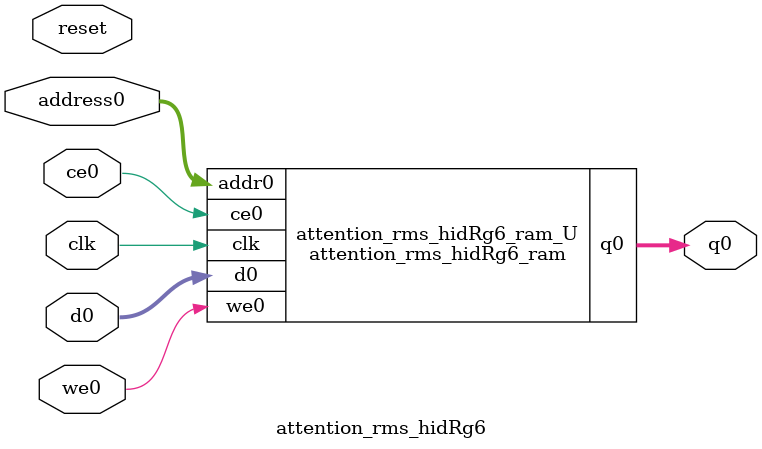
<source format=v>
`timescale 1 ns / 1 ps
module attention_rms_hidRg6_ram (addr0, ce0, d0, we0, q0,  clk);

parameter DWIDTH = 32;
parameter AWIDTH = 11;
parameter MEM_SIZE = 1536;

input[AWIDTH-1:0] addr0;
input ce0;
input[DWIDTH-1:0] d0;
input we0;
output reg[DWIDTH-1:0] q0;
input clk;

(* ram_style = "block" *)reg [DWIDTH-1:0] ram[0:MEM_SIZE-1];




always @(posedge clk)  
begin 
    if (ce0) begin
        if (we0) 
            ram[addr0] <= d0; 
        q0 <= ram[addr0];
    end
end


endmodule

`timescale 1 ns / 1 ps
module attention_rms_hidRg6(
    reset,
    clk,
    address0,
    ce0,
    we0,
    d0,
    q0);

parameter DataWidth = 32'd32;
parameter AddressRange = 32'd1536;
parameter AddressWidth = 32'd11;
input reset;
input clk;
input[AddressWidth - 1:0] address0;
input ce0;
input we0;
input[DataWidth - 1:0] d0;
output[DataWidth - 1:0] q0;



attention_rms_hidRg6_ram attention_rms_hidRg6_ram_U(
    .clk( clk ),
    .addr0( address0 ),
    .ce0( ce0 ),
    .we0( we0 ),
    .d0( d0 ),
    .q0( q0 ));

endmodule


</source>
